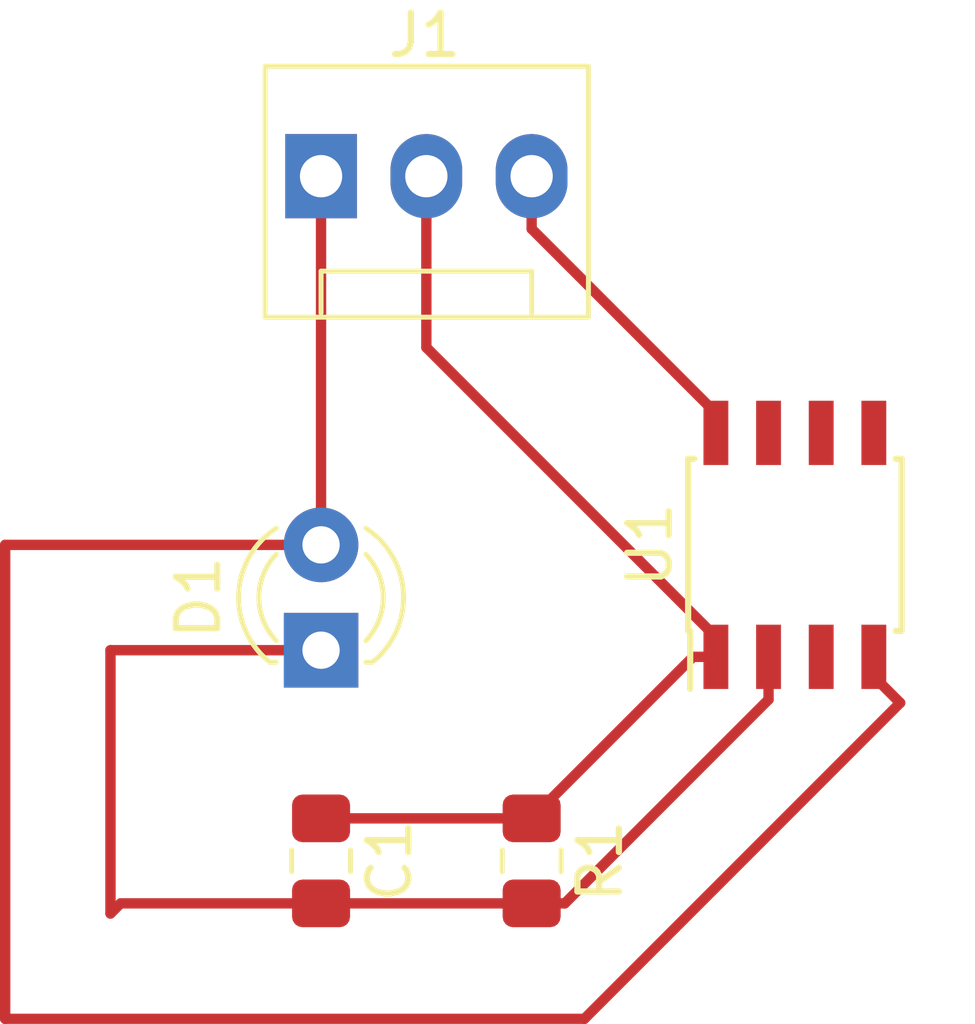
<source format=kicad_pcb>
(kicad_pcb (version 20171130) (host pcbnew "(5.0.0)")

  (general
    (thickness 1.6)
    (drawings 0)
    (tracks 25)
    (zones 0)
    (modules 5)
    (nets 5)
  )

  (page A4)
  (layers
    (0 F.Cu signal)
    (31 B.Cu signal)
    (32 B.Adhes user)
    (33 F.Adhes user)
    (34 B.Paste user)
    (35 F.Paste user)
    (36 B.SilkS user)
    (37 F.SilkS user)
    (38 B.Mask user)
    (39 F.Mask user)
    (40 Dwgs.User user)
    (41 Cmts.User user)
    (42 Eco1.User user)
    (43 Eco2.User user)
    (44 Edge.Cuts user)
    (45 Margin user)
    (46 B.CrtYd user)
    (47 F.CrtYd user)
    (48 B.Fab user)
    (49 F.Fab user)
  )

  (setup
    (last_trace_width 0.25)
    (trace_clearance 0.2)
    (zone_clearance 0.508)
    (zone_45_only no)
    (trace_min 0.2)
    (segment_width 0.2)
    (edge_width 0.15)
    (via_size 0.8)
    (via_drill 0.4)
    (via_min_size 0.4)
    (via_min_drill 0.3)
    (uvia_size 0.3)
    (uvia_drill 0.1)
    (uvias_allowed no)
    (uvia_min_size 0.2)
    (uvia_min_drill 0.1)
    (pcb_text_width 0.3)
    (pcb_text_size 1.5 1.5)
    (mod_edge_width 0.15)
    (mod_text_size 1 1)
    (mod_text_width 0.15)
    (pad_size 1.524 1.524)
    (pad_drill 0.762)
    (pad_to_mask_clearance 0.2)
    (aux_axis_origin 0 0)
    (visible_elements FFFFFF7F)
    (pcbplotparams
      (layerselection 0x010fc_ffffffff)
      (usegerberextensions false)
      (usegerberattributes false)
      (usegerberadvancedattributes false)
      (creategerberjobfile false)
      (excludeedgelayer true)
      (linewidth 0.100000)
      (plotframeref false)
      (viasonmask false)
      (mode 1)
      (useauxorigin false)
      (hpglpennumber 1)
      (hpglpenspeed 20)
      (hpglpendiameter 15.000000)
      (psnegative false)
      (psa4output false)
      (plotreference true)
      (plotvalue true)
      (plotinvisibletext false)
      (padsonsilk false)
      (subtractmaskfromsilk false)
      (outputformat 1)
      (mirror false)
      (drillshape 1)
      (scaleselection 1)
      (outputdirectory ""))
  )

  (net 0 "")
  (net 1 "Net-(C1-Pad1)")
  (net 2 "Net-(C1-Pad2)")
  (net 3 "Net-(D1-Pad2)")
  (net 4 "Net-(J1-Pad3)")

  (net_class Default "Dies ist die voreingestellte Netzklasse."
    (clearance 0.2)
    (trace_width 0.25)
    (via_dia 0.8)
    (via_drill 0.4)
    (uvia_dia 0.3)
    (uvia_drill 0.1)
    (add_net "Net-(C1-Pad1)")
    (add_net "Net-(C1-Pad2)")
    (add_net "Net-(D1-Pad2)")
    (add_net "Net-(J1-Pad3)")
  )

  (module Capacitor_SMD:C_0805_2012Metric_Pad1.15x1.40mm_HandSolder (layer F.Cu) (tedit 5B755DD1) (tstamp 5B98D980)
    (at 127 99.06 270)
    (descr "Capacitor SMD 0805 (2012 Metric), square (rectangular) end terminal, IPC_7351 nominal with elongated pad for handsoldering. (Body size source: https://docs.google.com/spreadsheets/d/1BsfQQcO9C6DZCsRaXUlFlo91Tg2WpOkGARC1WS5S8t0/edit?usp=sharing), generated with kicad-footprint-generator")
    (tags "capacitor handsolder")
    (path /5B756932)
    (attr smd)
    (fp_text reference C1 (at 0 -1.65 270) (layer F.SilkS)
      (effects (font (size 1 1) (thickness 0.15)))
    )
    (fp_text value 1pF (at 0 1.65 270) (layer F.Fab)
      (effects (font (size 1 1) (thickness 0.15)))
    )
    (fp_line (start -1 0.6) (end -1 -0.6) (layer F.Fab) (width 0.1))
    (fp_line (start -1 -0.6) (end 1 -0.6) (layer F.Fab) (width 0.1))
    (fp_line (start 1 -0.6) (end 1 0.6) (layer F.Fab) (width 0.1))
    (fp_line (start 1 0.6) (end -1 0.6) (layer F.Fab) (width 0.1))
    (fp_line (start -0.261252 -0.71) (end 0.261252 -0.71) (layer F.SilkS) (width 0.12))
    (fp_line (start -0.261252 0.71) (end 0.261252 0.71) (layer F.SilkS) (width 0.12))
    (fp_line (start -1.85 0.95) (end -1.85 -0.95) (layer F.CrtYd) (width 0.05))
    (fp_line (start -1.85 -0.95) (end 1.85 -0.95) (layer F.CrtYd) (width 0.05))
    (fp_line (start 1.85 -0.95) (end 1.85 0.95) (layer F.CrtYd) (width 0.05))
    (fp_line (start 1.85 0.95) (end -1.85 0.95) (layer F.CrtYd) (width 0.05))
    (fp_text user %R (at 0 0 270) (layer F.Fab)
      (effects (font (size 0.5 0.5) (thickness 0.08)))
    )
    (pad 1 smd roundrect (at -1.025 0 270) (size 1.15 1.4) (layers F.Cu F.Paste F.Mask) (roundrect_rratio 0.217391)
      (net 1 "Net-(C1-Pad1)"))
    (pad 2 smd roundrect (at 1.025 0 270) (size 1.15 1.4) (layers F.Cu F.Paste F.Mask) (roundrect_rratio 0.217391)
      (net 2 "Net-(C1-Pad2)"))
    (model ${KISYS3DMOD}/Capacitor_SMD.3dshapes/C_0805_2012Metric.wrl
      (at (xyz 0 0 0))
      (scale (xyz 1 1 1))
      (rotate (xyz 0 0 0))
    )
  )

  (module LED_THT:LED_D3.0mm_IRBlack (layer F.Cu) (tedit 5A6C9BB8) (tstamp 5B98D994)
    (at 127 93.98 90)
    (descr "IR-ED, diameter 3.0mm, 2 pins, color: black")
    (tags "IR infrared LED diameter 3.0mm 2 pins black")
    (path /5B7563EA)
    (fp_text reference D1 (at 1.27 -2.96 90) (layer F.SilkS)
      (effects (font (size 1 1) (thickness 0.15)))
    )
    (fp_text value IR204A (at 1.27 2.96 90) (layer F.Fab)
      (effects (font (size 1 1) (thickness 0.15)))
    )
    (fp_text user %R (at 1.47 0 90) (layer F.Fab)
      (effects (font (size 0.8 0.8) (thickness 0.12)))
    )
    (fp_line (start -0.23 -1.16619) (end -0.23 1.16619) (layer F.Fab) (width 0.1))
    (fp_line (start -0.29 -1.236) (end -0.29 -1.08) (layer F.SilkS) (width 0.12))
    (fp_line (start -0.29 1.08) (end -0.29 1.236) (layer F.SilkS) (width 0.12))
    (fp_line (start -1.15 -2.25) (end -1.15 2.25) (layer F.CrtYd) (width 0.05))
    (fp_line (start -1.15 2.25) (end 3.7 2.25) (layer F.CrtYd) (width 0.05))
    (fp_line (start 3.7 2.25) (end 3.7 -2.25) (layer F.CrtYd) (width 0.05))
    (fp_line (start 3.7 -2.25) (end -1.15 -2.25) (layer F.CrtYd) (width 0.05))
    (fp_circle (center 1.27 0) (end 2.77 0) (layer F.Fab) (width 0.1))
    (fp_arc (start 1.27 0) (end -0.23 -1.16619) (angle 284.3) (layer F.Fab) (width 0.1))
    (fp_arc (start 1.27 0) (end -0.29 -1.235516) (angle 108.8) (layer F.SilkS) (width 0.12))
    (fp_arc (start 1.27 0) (end -0.29 1.235516) (angle -108.8) (layer F.SilkS) (width 0.12))
    (fp_arc (start 1.27 0) (end 0.229039 -1.08) (angle 87.9) (layer F.SilkS) (width 0.12))
    (fp_arc (start 1.27 0) (end 0.229039 1.08) (angle -87.9) (layer F.SilkS) (width 0.12))
    (pad 1 thru_hole rect (at 0 0 90) (size 1.8 1.8) (drill 0.9) (layers *.Cu *.Mask)
      (net 2 "Net-(C1-Pad2)"))
    (pad 2 thru_hole circle (at 2.54 0 90) (size 1.8 1.8) (drill 0.9) (layers *.Cu *.Mask)
      (net 3 "Net-(D1-Pad2)"))
    (model ${KISYS3DMOD}/LED_THT.3dshapes/LED_D3.0mm_IRBlack.wrl
      (at (xyz 0 0 0))
      (scale (xyz 1 1 1))
      (rotate (xyz 0 0 0))
    )
  )

  (module Connector:FanPinHeader_1x03_P2.54mm_Vertical (layer F.Cu) (tedit 5A19DCDF) (tstamp 5B98D9AE)
    (at 127 82.55)
    (descr "3-pin CPU fan Through hole pin header, see http://www.formfactors.org/developer%5Cspecs%5Crev1_2_public.pdf")
    (tags "pin header 3-pin CPU fan")
    (path /5B756334)
    (fp_text reference J1 (at 2.5 -3.4) (layer F.SilkS)
      (effects (font (size 1 1) (thickness 0.15)))
    )
    (fp_text value con1 (at 2.55 4.5) (layer F.Fab)
      (effects (font (size 1 1) (thickness 0.15)))
    )
    (fp_text user %R (at 2.45 1.8) (layer F.Fab)
      (effects (font (size 1 1) (thickness 0.15)))
    )
    (fp_line (start -1.35 3.4) (end -1.35 -2.65) (layer F.SilkS) (width 0.12))
    (fp_line (start -1.35 -2.65) (end 6.45 -2.65) (layer F.SilkS) (width 0.12))
    (fp_line (start 6.45 -2.65) (end 6.45 3.4) (layer F.SilkS) (width 0.12))
    (fp_line (start 6.45 3.4) (end -1.35 3.4) (layer F.SilkS) (width 0.12))
    (fp_line (start 5.05 3.3) (end 5.05 2.3) (layer F.Fab) (width 0.1))
    (fp_line (start 5.05 2.3) (end 0 2.3) (layer F.Fab) (width 0.1))
    (fp_line (start 0 2.3) (end 0 3.3) (layer F.Fab) (width 0.1))
    (fp_line (start -1.25 3.3) (end -1.25 -2.55) (layer F.Fab) (width 0.1))
    (fp_line (start -1.25 -2.55) (end 6.35 -2.55) (layer F.Fab) (width 0.1))
    (fp_line (start 6.35 -2.55) (end 6.35 3.3) (layer F.Fab) (width 0.1))
    (fp_line (start 6.35 3.3) (end -1.25 3.3) (layer F.Fab) (width 0.1))
    (fp_line (start 0 3.3) (end 0 2.29) (layer F.SilkS) (width 0.12))
    (fp_line (start 0 2.29) (end 5.08 2.29) (layer F.SilkS) (width 0.12))
    (fp_line (start 5.08 2.29) (end 5.08 3.3) (layer F.SilkS) (width 0.12))
    (fp_line (start -1.75 3.8) (end -1.75 -3.05) (layer F.CrtYd) (width 0.05))
    (fp_line (start -1.75 3.8) (end 6.85 3.8) (layer F.CrtYd) (width 0.05))
    (fp_line (start 6.85 -3.05) (end -1.75 -3.05) (layer F.CrtYd) (width 0.05))
    (fp_line (start 6.85 -3.05) (end 6.85 3.8) (layer F.CrtYd) (width 0.05))
    (pad 1 thru_hole rect (at 0 0 90) (size 2.03 1.73) (drill 1.02) (layers *.Cu *.Mask)
      (net 3 "Net-(D1-Pad2)"))
    (pad 2 thru_hole oval (at 2.54 0 90) (size 2.03 1.73) (drill 1.02) (layers *.Cu *.Mask)
      (net 1 "Net-(C1-Pad1)"))
    (pad 3 thru_hole oval (at 5.08 0 90) (size 2.03 1.73) (drill 1.02) (layers *.Cu *.Mask)
      (net 4 "Net-(J1-Pad3)"))
    (model ${KISYS3DMOD}/Connector.3dshapes/FanPinHeader_1x03_P2.54mm_Vertical.wrl
      (at (xyz 0 0 0))
      (scale (xyz 1 1 1))
      (rotate (xyz 0 0 0))
    )
  )

  (module Resistor_SMD:R_0805_2012Metric_Pad1.15x1.40mm_HandSolder (layer F.Cu) (tedit 5B36C52B) (tstamp 5B98D9BF)
    (at 132.08 99.06 270)
    (descr "Resistor SMD 0805 (2012 Metric), square (rectangular) end terminal, IPC_7351 nominal with elongated pad for handsoldering. (Body size source: https://docs.google.com/spreadsheets/d/1BsfQQcO9C6DZCsRaXUlFlo91Tg2WpOkGARC1WS5S8t0/edit?usp=sharing), generated with kicad-footprint-generator")
    (tags "resistor handsolder")
    (path /5B75688D)
    (attr smd)
    (fp_text reference R1 (at 0 -1.65 270) (layer F.SilkS)
      (effects (font (size 1 1) (thickness 0.15)))
    )
    (fp_text value 1MOhm (at 0 1.65 270) (layer F.Fab)
      (effects (font (size 1 1) (thickness 0.15)))
    )
    (fp_line (start -1 0.6) (end -1 -0.6) (layer F.Fab) (width 0.1))
    (fp_line (start -1 -0.6) (end 1 -0.6) (layer F.Fab) (width 0.1))
    (fp_line (start 1 -0.6) (end 1 0.6) (layer F.Fab) (width 0.1))
    (fp_line (start 1 0.6) (end -1 0.6) (layer F.Fab) (width 0.1))
    (fp_line (start -0.261252 -0.71) (end 0.261252 -0.71) (layer F.SilkS) (width 0.12))
    (fp_line (start -0.261252 0.71) (end 0.261252 0.71) (layer F.SilkS) (width 0.12))
    (fp_line (start -1.85 0.95) (end -1.85 -0.95) (layer F.CrtYd) (width 0.05))
    (fp_line (start -1.85 -0.95) (end 1.85 -0.95) (layer F.CrtYd) (width 0.05))
    (fp_line (start 1.85 -0.95) (end 1.85 0.95) (layer F.CrtYd) (width 0.05))
    (fp_line (start 1.85 0.95) (end -1.85 0.95) (layer F.CrtYd) (width 0.05))
    (fp_text user %R (at 0 0) (layer F.Fab)
      (effects (font (size 0.5 0.5) (thickness 0.08)))
    )
    (pad 1 smd roundrect (at -1.025 0 270) (size 1.15 1.4) (layers F.Cu F.Paste F.Mask) (roundrect_rratio 0.217391)
      (net 1 "Net-(C1-Pad1)"))
    (pad 2 smd roundrect (at 1.025 0 270) (size 1.15 1.4) (layers F.Cu F.Paste F.Mask) (roundrect_rratio 0.217391)
      (net 2 "Net-(C1-Pad2)"))
    (model ${KISYS3DMOD}/Resistor_SMD.3dshapes/R_0805_2012Metric.wrl
      (at (xyz 0 0 0))
      (scale (xyz 1 1 1))
      (rotate (xyz 0 0 0))
    )
  )

  (module Package_SO:SOIC-8_3.9x4.9mm_P1.27mm (layer F.Cu) (tedit 5A02F2D3) (tstamp 5B98D9DC)
    (at 138.43 91.44 90)
    (descr "8-Lead Plastic Small Outline (SN) - Narrow, 3.90 mm Body [SOIC] (see Microchip Packaging Specification 00000049BS.pdf)")
    (tags "SOIC 1.27")
    (path /5B755F9C)
    (attr smd)
    (fp_text reference U1 (at 0 -3.5 90) (layer F.SilkS)
      (effects (font (size 1 1) (thickness 0.15)))
    )
    (fp_text value LM358 (at 0 3.5 90) (layer F.Fab)
      (effects (font (size 1 1) (thickness 0.15)))
    )
    (fp_text user %R (at 0 0 90) (layer F.Fab)
      (effects (font (size 1 1) (thickness 0.15)))
    )
    (fp_line (start -0.95 -2.45) (end 1.95 -2.45) (layer F.Fab) (width 0.1))
    (fp_line (start 1.95 -2.45) (end 1.95 2.45) (layer F.Fab) (width 0.1))
    (fp_line (start 1.95 2.45) (end -1.95 2.45) (layer F.Fab) (width 0.1))
    (fp_line (start -1.95 2.45) (end -1.95 -1.45) (layer F.Fab) (width 0.1))
    (fp_line (start -1.95 -1.45) (end -0.95 -2.45) (layer F.Fab) (width 0.1))
    (fp_line (start -3.73 -2.7) (end -3.73 2.7) (layer F.CrtYd) (width 0.05))
    (fp_line (start 3.73 -2.7) (end 3.73 2.7) (layer F.CrtYd) (width 0.05))
    (fp_line (start -3.73 -2.7) (end 3.73 -2.7) (layer F.CrtYd) (width 0.05))
    (fp_line (start -3.73 2.7) (end 3.73 2.7) (layer F.CrtYd) (width 0.05))
    (fp_line (start -2.075 -2.575) (end -2.075 -2.525) (layer F.SilkS) (width 0.15))
    (fp_line (start 2.075 -2.575) (end 2.075 -2.43) (layer F.SilkS) (width 0.15))
    (fp_line (start 2.075 2.575) (end 2.075 2.43) (layer F.SilkS) (width 0.15))
    (fp_line (start -2.075 2.575) (end -2.075 2.43) (layer F.SilkS) (width 0.15))
    (fp_line (start -2.075 -2.575) (end 2.075 -2.575) (layer F.SilkS) (width 0.15))
    (fp_line (start -2.075 2.575) (end 2.075 2.575) (layer F.SilkS) (width 0.15))
    (fp_line (start -2.075 -2.525) (end -3.475 -2.525) (layer F.SilkS) (width 0.15))
    (pad 1 smd rect (at -2.7 -1.905 90) (size 1.55 0.6) (layers F.Cu F.Paste F.Mask)
      (net 1 "Net-(C1-Pad1)"))
    (pad 2 smd rect (at -2.7 -0.635 90) (size 1.55 0.6) (layers F.Cu F.Paste F.Mask)
      (net 2 "Net-(C1-Pad2)"))
    (pad 3 smd rect (at -2.7 0.635 90) (size 1.55 0.6) (layers F.Cu F.Paste F.Mask)
      (net 3 "Net-(D1-Pad2)"))
    (pad 4 smd rect (at -2.7 1.905 90) (size 1.55 0.6) (layers F.Cu F.Paste F.Mask)
      (net 3 "Net-(D1-Pad2)"))
    (pad 5 smd rect (at 2.7 1.905 90) (size 1.55 0.6) (layers F.Cu F.Paste F.Mask))
    (pad 6 smd rect (at 2.7 0.635 90) (size 1.55 0.6) (layers F.Cu F.Paste F.Mask))
    (pad 7 smd rect (at 2.7 -0.635 90) (size 1.55 0.6) (layers F.Cu F.Paste F.Mask))
    (pad 8 smd rect (at 2.7 -1.905 90) (size 1.55 0.6) (layers F.Cu F.Paste F.Mask)
      (net 4 "Net-(J1-Pad3)"))
    (model ${KISYS3DMOD}/Package_SO.3dshapes/SOIC-8_3.9x4.9mm_P1.27mm.wrl
      (at (xyz 0 0 0))
      (scale (xyz 1 1 1))
      (rotate (xyz 0 0 0))
    )
  )

  (segment (start 127 98.035) (end 132.08 98.035) (width 0.25) (layer F.Cu) (net 1))
  (segment (start 135.975 94.14) (end 136.525 94.14) (width 0.25) (layer F.Cu) (net 1))
  (segment (start 132.08 98.035) (end 135.975 94.14) (width 0.25) (layer F.Cu) (net 1))
  (segment (start 129.54 86.68) (end 129.54 82.55) (width 0.25) (layer F.Cu) (net 1))
  (segment (start 136.525 94.14) (end 136.525 93.665) (width 0.25) (layer F.Cu) (net 1))
  (segment (start 136.525 93.665) (end 129.54 86.68) (width 0.25) (layer F.Cu) (net 1))
  (segment (start 127 93.98) (end 121.92 93.98) (width 0.25) (layer F.Cu) (net 2))
  (segment (start 121.92 93.98) (end 121.92 100.33) (width 0.25) (layer F.Cu) (net 2))
  (segment (start 122.165 100.085) (end 127 100.085) (width 0.25) (layer F.Cu) (net 2))
  (segment (start 121.92 100.33) (end 122.165 100.085) (width 0.25) (layer F.Cu) (net 2))
  (segment (start 127 100.085) (end 132.08 100.085) (width 0.25) (layer F.Cu) (net 2))
  (segment (start 137.795 95.165) (end 137.795 94.14) (width 0.25) (layer F.Cu) (net 2))
  (segment (start 137.795 95.17) (end 137.795 95.165) (width 0.25) (layer F.Cu) (net 2))
  (segment (start 132.88 100.085) (end 137.795 95.17) (width 0.25) (layer F.Cu) (net 2))
  (segment (start 132.08 100.085) (end 132.88 100.085) (width 0.25) (layer F.Cu) (net 2))
  (segment (start 127 82.55) (end 127 91.44) (width 0.25) (layer F.Cu) (net 3))
  (segment (start 140.335 94.615) (end 140.97 95.25) (width 0.25) (layer F.Cu) (net 3))
  (segment (start 140.335 94.14) (end 140.335 94.615) (width 0.25) (layer F.Cu) (net 3))
  (segment (start 140.97 95.25) (end 133.35 102.87) (width 0.25) (layer F.Cu) (net 3))
  (segment (start 133.35 102.87) (end 119.38 102.87) (width 0.25) (layer F.Cu) (net 3))
  (segment (start 119.38 102.87) (end 119.38 91.44) (width 0.25) (layer F.Cu) (net 3))
  (segment (start 119.38 91.44) (end 127 91.44) (width 0.25) (layer F.Cu) (net 3))
  (segment (start 132.08 83.82) (end 132.08 82.55) (width 0.25) (layer F.Cu) (net 4))
  (segment (start 136.525 88.74) (end 136.525 88.265) (width 0.25) (layer F.Cu) (net 4))
  (segment (start 136.525 88.265) (end 132.08 83.82) (width 0.25) (layer F.Cu) (net 4))

)

</source>
